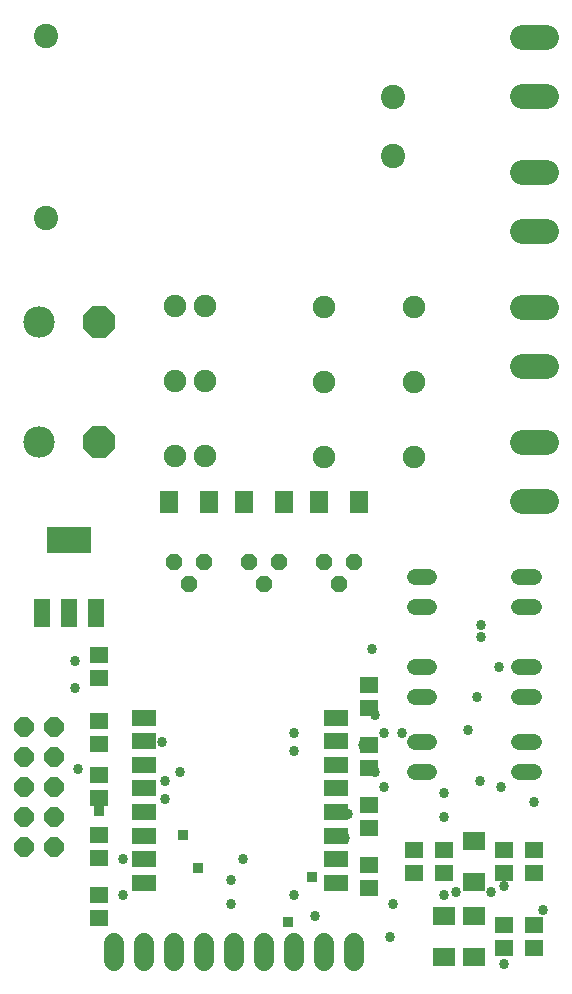
<source format=gts>
G75*
%MOIN*%
%OFA0B0*%
%FSLAX25Y25*%
%IPPOS*%
%LPD*%
%AMOC8*
5,1,8,0,0,1.08239X$1,22.5*
%
%ADD10C,0.10500*%
%ADD11OC8,0.10500*%
%ADD12R,0.07587X0.06012*%
%ADD13R,0.06012X0.07587*%
%ADD14R,0.08374X0.05224*%
%ADD15R,0.05299X0.09299*%
%ADD16R,0.14673X0.09161*%
%ADD17C,0.08300*%
%ADD18C,0.06500*%
%ADD19OC8,0.06500*%
%ADD20C,0.05300*%
%ADD21R,0.06406X0.05618*%
%ADD22C,0.07500*%
%ADD23OC8,0.05300*%
%ADD24C,0.08100*%
%ADD25R,0.03400X0.03400*%
%ADD26C,0.03400*%
D10*
X0018496Y0182000D03*
X0018496Y0222000D03*
D11*
X0038496Y0222000D03*
X0038496Y0182000D03*
D12*
X0153496Y0023693D03*
X0153496Y0010307D03*
X0163496Y0010307D03*
X0163496Y0023693D03*
X0163496Y0035307D03*
X0163496Y0048693D03*
D13*
X0125189Y0162000D03*
X0111803Y0162000D03*
X0100189Y0162000D03*
X0086803Y0162000D03*
X0075189Y0162000D03*
X0061803Y0162000D03*
D14*
X0053496Y0089992D03*
X0053496Y0082118D03*
X0053496Y0074244D03*
X0053496Y0066370D03*
X0053496Y0058496D03*
X0053496Y0050622D03*
X0053496Y0042748D03*
X0053496Y0034874D03*
X0117275Y0034874D03*
X0117275Y0042748D03*
X0117275Y0050622D03*
X0117275Y0058496D03*
X0117275Y0066370D03*
X0117275Y0074244D03*
X0117275Y0082118D03*
X0117275Y0089992D03*
D15*
X0037594Y0124799D03*
X0028496Y0124799D03*
X0019397Y0124799D03*
D16*
X0028496Y0149201D03*
D17*
X0179596Y0162100D02*
X0187396Y0162100D01*
X0187396Y0181900D02*
X0179596Y0181900D01*
X0179596Y0207100D02*
X0187396Y0207100D01*
X0187396Y0226900D02*
X0179596Y0226900D01*
X0179596Y0252100D02*
X0187396Y0252100D01*
X0187396Y0271900D02*
X0179596Y0271900D01*
X0179596Y0297100D02*
X0187396Y0297100D01*
X0187396Y0316900D02*
X0179596Y0316900D01*
D18*
X0123496Y0015000D02*
X0123496Y0009000D01*
X0113496Y0009000D02*
X0113496Y0015000D01*
X0103496Y0015000D02*
X0103496Y0009000D01*
X0093496Y0009000D02*
X0093496Y0015000D01*
X0083496Y0015000D02*
X0083496Y0009000D01*
X0073496Y0009000D02*
X0073496Y0015000D01*
X0063496Y0015000D02*
X0063496Y0009000D01*
X0053496Y0009000D02*
X0053496Y0015000D01*
X0043496Y0015000D02*
X0043496Y0009000D01*
D19*
X0013496Y0047000D03*
X0013496Y0057000D03*
X0013496Y0067000D03*
X0013496Y0077000D03*
X0013496Y0087000D03*
X0023496Y0087000D03*
X0023496Y0077000D03*
X0023496Y0067000D03*
X0023496Y0057000D03*
X0023496Y0047000D03*
D20*
X0143696Y0072000D02*
X0148496Y0072000D01*
X0148496Y0082000D02*
X0143696Y0082000D01*
X0143696Y0097000D02*
X0148496Y0097000D01*
X0148496Y0107000D02*
X0143696Y0107000D01*
X0143696Y0127000D02*
X0148496Y0127000D01*
X0148496Y0137000D02*
X0143696Y0137000D01*
X0178496Y0137000D02*
X0183296Y0137000D01*
X0183296Y0127000D02*
X0178496Y0127000D01*
X0178496Y0107000D02*
X0183296Y0107000D01*
X0183296Y0097000D02*
X0178496Y0097000D01*
X0178496Y0082000D02*
X0183296Y0082000D01*
X0183296Y0072000D02*
X0178496Y0072000D01*
D21*
X0183496Y0045740D03*
X0183496Y0038260D03*
X0173496Y0038260D03*
X0173496Y0045740D03*
X0173496Y0020740D03*
X0173496Y0013260D03*
X0183496Y0013260D03*
X0183496Y0020740D03*
X0153496Y0038260D03*
X0153496Y0045740D03*
X0143496Y0045740D03*
X0143496Y0038260D03*
X0128496Y0040740D03*
X0128496Y0033260D03*
X0128496Y0053260D03*
X0128496Y0060740D03*
X0128496Y0073260D03*
X0128496Y0080740D03*
X0128496Y0093260D03*
X0128496Y0100740D03*
X0038496Y0103260D03*
X0038496Y0110740D03*
X0038496Y0088740D03*
X0038496Y0081260D03*
X0038496Y0070740D03*
X0038496Y0063260D03*
X0038496Y0050740D03*
X0038496Y0043260D03*
X0038496Y0030740D03*
X0038496Y0023260D03*
D22*
X0113496Y0177000D03*
X0113496Y0202000D03*
X0113496Y0227000D03*
X0143496Y0227000D03*
X0143496Y0202000D03*
X0143496Y0177000D03*
X0073651Y0177099D03*
X0063651Y0177099D03*
X0063651Y0202099D03*
X0073651Y0202099D03*
X0073651Y0227099D03*
X0063651Y0227099D03*
D23*
X0063496Y0142000D03*
X0068496Y0134500D03*
X0073496Y0142000D03*
X0088496Y0142000D03*
X0093496Y0134500D03*
X0098496Y0142000D03*
X0113496Y0142000D03*
X0118496Y0134500D03*
X0123496Y0142000D03*
D24*
X0136370Y0277157D03*
X0136370Y0296843D03*
X0020622Y0317315D03*
X0020622Y0256685D03*
D25*
X0038496Y0059000D03*
X0066496Y0051000D03*
X0071496Y0040000D03*
X0101496Y0022000D03*
X0109496Y0037000D03*
D26*
X0103496Y0031000D03*
X0110496Y0024000D03*
X0120496Y0050000D03*
X0121496Y0058000D03*
X0128496Y0053260D03*
X0133496Y0067000D03*
X0130496Y0072000D03*
X0126496Y0081000D03*
X0133296Y0085000D03*
X0130496Y0091000D03*
X0139496Y0085000D03*
X0153496Y0065000D03*
X0153496Y0057000D03*
X0165496Y0069000D03*
X0172496Y0067000D03*
X0183496Y0062000D03*
X0173496Y0034000D03*
X0169089Y0031800D03*
X0161496Y0034000D03*
X0157496Y0031800D03*
X0153496Y0031000D03*
X0143496Y0038260D03*
X0136496Y0028000D03*
X0135496Y0017000D03*
X0163496Y0010307D03*
X0173496Y0008000D03*
X0186496Y0026000D03*
X0161496Y0086000D03*
X0164496Y0097000D03*
X0171889Y0107000D03*
X0165696Y0117000D03*
X0165696Y0121000D03*
X0129496Y0113000D03*
X0103496Y0085000D03*
X0103496Y0079000D03*
X0086496Y0043000D03*
X0082496Y0036000D03*
X0082496Y0028000D03*
X0060496Y0063000D03*
X0060496Y0069000D03*
X0065496Y0071800D03*
X0059496Y0082000D03*
X0046496Y0043000D03*
X0046496Y0031000D03*
X0031496Y0073000D03*
X0030496Y0100000D03*
X0030496Y0109000D03*
X0061803Y0162000D03*
X0086496Y0162000D03*
X0111496Y0162000D03*
M02*

</source>
